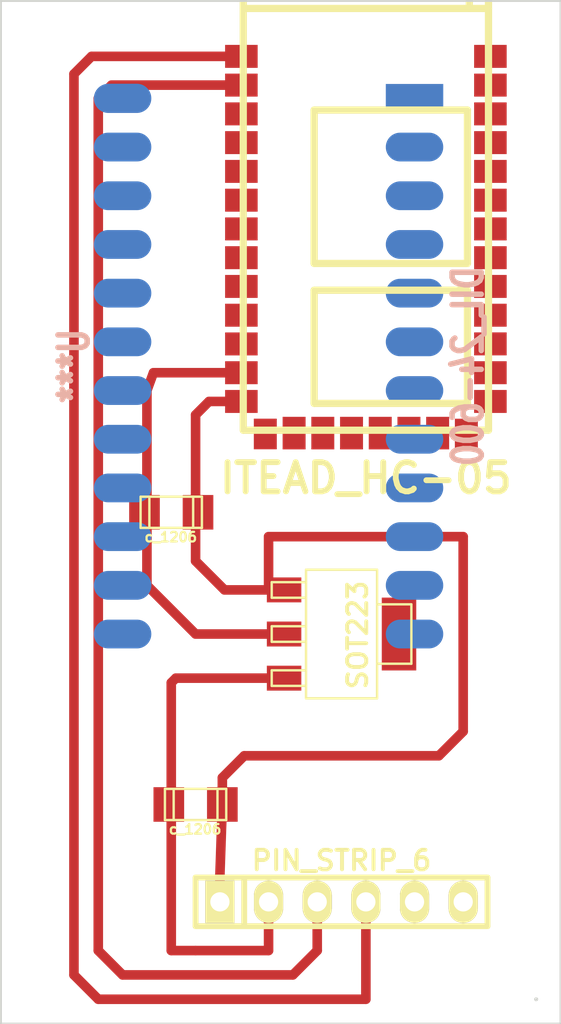
<source format=kicad_pcb>
(kicad_pcb (version 3) (host pcbnew "(2013-07-07 BZR 4022)-stable")

  (general
    (links 0)
    (no_connects 0)
    (area 32.969999 13.49568 62.280001 73.710001)
    (thickness 1.6)
    (drawings 8)
    (tracks 41)
    (zones 0)
    (modules 6)
    (nets 1)
  )

  (page A3)
  (layers
    (15 F.Cu signal hide)
    (0 B.Cu signal)
    (16 B.Adhes user)
    (17 F.Adhes user)
    (18 B.Paste user)
    (19 F.Paste user)
    (20 B.SilkS user)
    (21 F.SilkS user)
    (22 B.Mask user)
    (23 F.Mask user)
    (24 Dwgs.User user)
    (25 Cmts.User user)
    (26 Eco1.User user)
    (27 Eco2.User user)
    (28 Edge.Cuts user)
  )

  (setup
    (last_trace_width 0.5)
    (trace_clearance 0.2)
    (zone_clearance 0.508)
    (zone_45_only no)
    (trace_min 0.254)
    (segment_width 0.2)
    (edge_width 0.1)
    (via_size 0.889)
    (via_drill 0.635)
    (via_min_size 0.889)
    (via_min_drill 0.508)
    (uvia_size 0.508)
    (uvia_drill 0.127)
    (uvias_allowed no)
    (uvia_min_size 0.508)
    (uvia_min_drill 0.127)
    (pcb_text_width 0.3)
    (pcb_text_size 1.5 1.5)
    (mod_edge_width 0.15)
    (mod_text_size 1 1)
    (mod_text_width 0.15)
    (pad_size 1.50114 3)
    (pad_drill 0)
    (pad_to_mask_clearance 0)
    (aux_axis_origin 33.02 73.66)
    (visible_elements FFFFDFFF)
    (pcbplotparams
      (layerselection 268435457)
      (usegerberextensions false)
      (excludeedgelayer false)
      (linewidth 0.150000)
      (plotframeref false)
      (viasonmask false)
      (mode 1)
      (useauxorigin true)
      (hpglpennumber 1)
      (hpglpenspeed 20)
      (hpglpendiameter 15)
      (hpglpenoverlay 2)
      (psnegative false)
      (psa4output false)
      (plotreference false)
      (plotvalue false)
      (plotothertext false)
      (plotinvisibletext false)
      (padsonsilk false)
      (subtractmaskfromsilk false)
      (outputformat 1)
      (mirror false)
      (drillshape 0)
      (scaleselection 1)
      (outputdirectory C:/Users/pc/Documents/blinds/))
  )

  (net 0 "")

  (net_class Default "This is the default net class."
    (clearance 0.2)
    (trace_width 0.5)
    (via_dia 0.889)
    (via_drill 0.635)
    (uvia_dia 0.508)
    (uvia_drill 0.127)
    (add_net "")
  )

  (module ITEAD_HC-05 (layer F.Cu) (tedit 514629DE) (tstamp 53A1044A)
    (at 52.07 29.21)
    (descr "Itead HC-05/HC-06 serial Bluetooth module")
    (fp_text reference U*** (at 0 -14.59992) (layer F.SilkS)
      (effects (font (size 1.524 1.524) (thickness 0.3048)))
    )
    (fp_text value ITEAD_HC-05 (at 0 15.99946) (layer F.SilkS)
      (effects (font (size 1.524 1.524) (thickness 0.3048)))
    )
    (fp_line (start -3.70078 -12.79652) (end -3.70078 -9.99744) (layer F.SilkS) (width 0.37846))
    (fp_line (start -5.00126 -12.79652) (end -5.00126 -9.99744) (layer F.SilkS) (width 0.37846))
    (fp_line (start -3.69824 -9.99998) (end -4.99872 -9.99998) (layer F.SilkS) (width 0.37846))
    (fp_line (start -1.10236 -12.79906) (end -1.10236 -9.99998) (layer F.SilkS) (width 0.37846))
    (fp_line (start -2.40284 -12.79906) (end -2.40284 -9.99998) (layer F.SilkS) (width 0.37846))
    (fp_line (start -1.09982 -10.00252) (end -2.4003 -10.00252) (layer F.SilkS) (width 0.37846))
    (fp_line (start -2.40284 -12.8016) (end -3.70332 -12.8016) (layer F.SilkS) (width 0.37846))
    (fp_line (start 1.4986 -12.79906) (end 1.4986 -9.99998) (layer F.SilkS) (width 0.37846))
    (fp_line (start 0.19812 -12.79906) (end 0.19812 -9.99998) (layer F.SilkS) (width 0.37846))
    (fp_line (start 1.50114 -10.00252) (end 0.20066 -10.00252) (layer F.SilkS) (width 0.37846))
    (fp_line (start 0.19812 -12.8016) (end -1.10236 -12.8016) (layer F.SilkS) (width 0.37846))
    (fp_line (start 5.40004 -12.79906) (end 5.40004 -8.49884) (layer F.SilkS) (width 0.37846))
    (fp_line (start 4.09956 -12.79906) (end 4.09956 -9.99998) (layer F.SilkS) (width 0.37846))
    (fp_line (start 2.79908 -12.79906) (end 2.79908 -9.99998) (layer F.SilkS) (width 0.37846))
    (fp_line (start -2.70002 12.10056) (end -2.70002 6.20014) (layer F.SilkS) (width 0.37846))
    (fp_line (start 5.30098 6.20014) (end 5.30098 12.10056) (layer F.SilkS) (width 0.37846))
    (fp_line (start -2.70002 6.1976) (end 5.30098 6.1976) (layer F.SilkS) (width 0.37846))
    (fp_line (start 5.30098 12.10056) (end -2.70002 12.10056) (layer F.SilkS) (width 0.37846))
    (fp_line (start 5.30098 -3.2004) (end 5.30098 4.8006) (layer F.SilkS) (width 0.37846))
    (fp_line (start 5.30098 4.8006) (end -2.70002 4.8006) (layer F.SilkS) (width 0.37846))
    (fp_line (start -2.70002 4.8006) (end -2.70002 -3.2004) (layer F.SilkS) (width 0.37846))
    (fp_line (start -2.70002 -3.2004) (end 5.30098 -3.2004) (layer F.SilkS) (width 0.37846))
    (fp_line (start -5.00126 -12.79906) (end -5.40004 -12.79906) (layer F.SilkS) (width 0.37846))
    (fp_line (start 4.1021 -10.00252) (end 2.80162 -10.00252) (layer F.SilkS) (width 0.37846))
    (fp_line (start 2.79908 -12.8016) (end 1.4986 -12.8016) (layer F.SilkS) (width 0.37846))
    (fp_line (start 5.40004 -12.8016) (end 4.09956 -12.8016) (layer F.SilkS) (width 0.37846))
    (fp_line (start 6.4008 -8.49884) (end -6.4008 -8.49884) (layer F.SilkS) (width 0.37846))
    (fp_line (start -6.4008 13.5001) (end -6.4008 -13.5001) (layer F.SilkS) (width 0.37846))
    (fp_line (start -6.4008 -13.5001) (end 6.4008 -13.5001) (layer F.SilkS) (width 0.37846))
    (fp_line (start 6.4008 -13.5001) (end 6.4008 13.5001) (layer F.SilkS) (width 0.37846))
    (fp_line (start 6.4008 13.5001) (end -6.4008 13.5001) (layer F.SilkS) (width 0.37846))
    (pad 11 smd rect (at -6.49986 8.99922) (size 1.69926 1.19888)
      (layers F.Cu F.Paste F.Mask)
    )
    (pad 12 smd rect (at -6.49986 10.50036) (size 1.69926 1.19888)
      (layers F.Cu F.Paste F.Mask)
    )
    (pad 13 smd rect (at -6.49986 11.99896) (size 1.69926 1.19888)
      (layers F.Cu F.Paste F.Mask)
    )
    (pad 10 smd rect (at -6.49986 7.50062) (size 1.69926 1.19888)
      (layers F.Cu F.Paste F.Mask)
    )
    (pad 9 smd rect (at -6.49986 5.99948) (size 1.69926 1.19888)
      (layers F.Cu F.Paste F.Mask)
    )
    (pad 8 smd rect (at -6.49986 4.50088) (size 1.69926 1.19888)
      (layers F.Cu F.Paste F.Mask)
    )
    (pad 7 smd rect (at -6.49986 2.99974) (size 1.69926 1.19888)
      (layers F.Cu F.Paste F.Mask)
    )
    (pad 6 smd rect (at -6.49986 1.50114) (size 1.69926 1.19888)
      (layers F.Cu F.Paste F.Mask)
    )
    (pad 5 smd rect (at -6.49986 0) (size 1.69926 1.19888)
      (layers F.Cu F.Paste F.Mask)
    )
    (pad 4 smd rect (at -6.49986 -1.50114) (size 1.69926 1.19888)
      (layers F.Cu F.Paste F.Mask)
    )
    (pad 3 smd rect (at -6.49986 -2.99974) (size 1.69926 1.19888)
      (layers F.Cu F.Paste F.Mask)
    )
    (pad 2 smd rect (at -6.49986 -4.50088) (size 1.69926 1.19888)
      (layers F.Cu F.Paste F.Mask)
    )
    (pad 1 smd rect (at -6.49986 -5.99948) (size 1.69926 1.19888)
      (layers F.Cu F.Paste F.Mask)
    )
    (pad 14 smd rect (at -5.25018 13.69568) (size 1.19888 1.59766)
      (layers F.Cu F.Paste F.Mask)
    )
    (pad 15 smd rect (at -3.7465 13.64996) (size 1.19888 1.69926)
      (layers F.Cu F.Paste F.Mask)
    )
    (pad 16 smd rect (at -2.2479 13.64996) (size 1.19888 1.69926)
      (layers F.Cu F.Paste F.Mask)
    )
    (pad 17 smd rect (at -0.7493 13.64996) (size 1.19888 1.69926)
      (layers F.Cu F.Paste F.Mask)
    )
    (pad 18 smd rect (at 0.7493 13.64996) (size 1.19888 1.69926)
      (layers F.Cu F.Paste F.Mask)
    )
    (pad 19 smd rect (at 2.2479 13.64996) (size 1.19888 1.69926)
      (layers F.Cu F.Paste F.Mask)
    )
    (pad 20 smd rect (at 3.7465 13.64996) (size 1.19888 1.69926)
      (layers F.Cu F.Paste F.Mask)
    )
    (pad 21 smd rect (at 5.2451 13.69822) (size 1.19888 1.59766)
      (layers F.Cu F.Paste F.Mask)
    )
    (pad 22 smd rect (at 6.49986 11.99896) (size 1.69926 1.19888)
      (layers F.Cu F.Paste F.Mask)
    )
    (pad 23 smd rect (at 6.49986 10.50036) (size 1.69926 1.19888)
      (layers F.Cu F.Paste F.Mask)
    )
    (pad 24 smd rect (at 6.49986 8.99668) (size 1.69926 1.19888)
      (layers F.Cu F.Paste F.Mask)
    )
    (pad 25 smd rect (at 6.49986 7.50062) (size 1.69926 1.19888)
      (layers F.Cu F.Paste F.Mask)
    )
    (pad 26 smd rect (at 6.49986 5.99948) (size 1.69926 1.19888)
      (layers F.Cu F.Paste F.Mask)
    )
    (pad 27 smd rect (at 6.49986 4.50088) (size 1.69926 1.19888)
      (layers F.Cu F.Paste F.Mask)
    )
    (pad 28 smd rect (at 6.49986 2.99974) (size 1.69926 1.19888)
      (layers F.Cu F.Paste F.Mask)
    )
    (pad 29 smd rect (at 6.49986 1.50114) (size 1.69926 1.19888)
      (layers F.Cu F.Paste F.Mask)
    )
    (pad 30 smd rect (at 6.49986 0) (size 1.69926 1.19888)
      (layers F.Cu F.Paste F.Mask)
    )
    (pad 31 smd rect (at 6.49986 -1.50114) (size 1.69926 1.19888)
      (layers F.Cu F.Paste F.Mask)
    )
    (pad 32 smd rect (at 6.49986 -2.99974) (size 1.69926 1.19888)
      (layers F.Cu F.Paste F.Mask)
    )
    (pad 33 smd rect (at 6.49986 -4.50088) (size 1.69926 1.19888)
      (layers F.Cu F.Paste F.Mask)
    )
    (pad 34 smd rect (at 6.49986 -5.99948) (size 1.69926 1.19888)
      (layers F.Cu F.Paste F.Mask)
    )
    (model walter/rf_modules/itead_hc-05.wrl
      (at (xyz 0 0 0))
      (scale (xyz 1 1 1))
      (rotate (xyz 0 0 0))
    )
  )

  (module c_1206 (layer F.Cu) (tedit 490473F0) (tstamp 53A10F35)
    (at 43.18 62.23 180)
    (descr "SMT capacitor, 1206")
    (fp_text reference c_1206 (at 0.0254 -1.2954 180) (layer F.SilkS)
      (effects (font (size 0.50038 0.50038) (thickness 0.11938)))
    )
    (fp_text value C*** (at 0 1.27 180) (layer F.SilkS) hide
      (effects (font (size 0.50038 0.50038) (thickness 0.11938)))
    )
    (fp_line (start 1.143 0.8128) (end 1.143 -0.8128) (layer F.SilkS) (width 0.127))
    (fp_line (start -1.143 -0.8128) (end -1.143 0.8128) (layer F.SilkS) (width 0.127))
    (fp_line (start -1.6002 -0.8128) (end -1.6002 0.8128) (layer F.SilkS) (width 0.127))
    (fp_line (start -1.6002 0.8128) (end 1.6002 0.8128) (layer F.SilkS) (width 0.127))
    (fp_line (start 1.6002 0.8128) (end 1.6002 -0.8128) (layer F.SilkS) (width 0.127))
    (fp_line (start 1.6002 -0.8128) (end -1.6002 -0.8128) (layer F.SilkS) (width 0.127))
    (pad 1 smd rect (at 1.397 0 180) (size 1.6002 1.8034)
      (layers F.Cu F.Paste F.Mask)
    )
    (pad 2 smd rect (at -1.397 0 180) (size 1.6002 1.8034)
      (layers F.Cu F.Paste F.Mask)
    )
    (model walter/smd_cap/c_1206.wrl
      (at (xyz 0 0 0))
      (scale (xyz 1 1 1))
      (rotate (xyz 0 0 0))
    )
  )

  (module c_1206 (layer F.Cu) (tedit 490473F0) (tstamp 53A10F4C)
    (at 41.91 46.99 180)
    (descr "SMT capacitor, 1206")
    (fp_text reference c_1206 (at 0.0254 -1.2954 180) (layer F.SilkS)
      (effects (font (size 0.50038 0.50038) (thickness 0.11938)))
    )
    (fp_text value C*** (at 0 1.27 180) (layer F.SilkS) hide
      (effects (font (size 0.50038 0.50038) (thickness 0.11938)))
    )
    (fp_line (start 1.143 0.8128) (end 1.143 -0.8128) (layer F.SilkS) (width 0.127))
    (fp_line (start -1.143 -0.8128) (end -1.143 0.8128) (layer F.SilkS) (width 0.127))
    (fp_line (start -1.6002 -0.8128) (end -1.6002 0.8128) (layer F.SilkS) (width 0.127))
    (fp_line (start -1.6002 0.8128) (end 1.6002 0.8128) (layer F.SilkS) (width 0.127))
    (fp_line (start 1.6002 0.8128) (end 1.6002 -0.8128) (layer F.SilkS) (width 0.127))
    (fp_line (start 1.6002 -0.8128) (end -1.6002 -0.8128) (layer F.SilkS) (width 0.127))
    (pad 1 smd rect (at 1.397 0 180) (size 1.6002 1.8034)
      (layers F.Cu F.Paste F.Mask)
    )
    (pad 2 smd rect (at -1.397 0 180) (size 1.6002 1.8034)
      (layers F.Cu F.Paste F.Mask)
    )
    (model walter/smd_cap/c_1206.wrl
      (at (xyz 0 0 0))
      (scale (xyz 1 1 1))
      (rotate (xyz 0 0 0))
    )
  )

  (module sot223 (layer F.Cu) (tedit 49047669) (tstamp 53A11424)
    (at 50.8 53.34 270)
    (descr SOT223)
    (fp_text reference SOT223 (at 0.0508 -0.8382 270) (layer F.SilkS)
      (effects (font (size 1.00076 1.00076) (thickness 0.20066)))
    )
    (fp_text value Q*** (at 0 1.0414 270) (layer F.SilkS) hide
      (effects (font (size 1.00076 1.00076) (thickness 0.20066)))
    )
    (fp_line (start -1.5494 -3.6449) (end 1.5494 -3.6449) (layer F.SilkS) (width 0.127))
    (fp_line (start 1.5494 -3.6449) (end 1.5494 -1.8542) (layer F.SilkS) (width 0.127))
    (fp_line (start -1.5494 -3.6449) (end -1.5494 -1.8542) (layer F.SilkS) (width 0.127))
    (fp_line (start 1.8923 3.6449) (end 2.7051 3.6449) (layer F.SilkS) (width 0.127))
    (fp_line (start 2.7051 3.6449) (end 2.7051 1.8542) (layer F.SilkS) (width 0.127))
    (fp_line (start 1.8923 3.6449) (end 1.8923 1.8542) (layer F.SilkS) (width 0.127))
    (fp_line (start -0.4064 3.6449) (end -0.4064 1.8542) (layer F.SilkS) (width 0.127))
    (fp_line (start 0.4064 3.6449) (end 0.4064 1.8542) (layer F.SilkS) (width 0.127))
    (fp_line (start -0.4064 3.6449) (end 0.4064 3.6449) (layer F.SilkS) (width 0.127))
    (fp_line (start -2.7051 3.6449) (end -1.8923 3.6449) (layer F.SilkS) (width 0.127))
    (fp_line (start -1.8923 3.6449) (end -1.8923 1.8542) (layer F.SilkS) (width 0.127))
    (fp_line (start -2.7051 3.6449) (end -2.7051 1.8542) (layer F.SilkS) (width 0.127))
    (fp_line (start 3.3528 1.8542) (end -3.3528 1.8542) (layer F.SilkS) (width 0.127))
    (fp_line (start -3.3528 1.8542) (end -3.3528 -1.8542) (layer F.SilkS) (width 0.127))
    (fp_line (start -3.3528 -1.8542) (end 3.3528 -1.8542) (layer F.SilkS) (width 0.127))
    (fp_line (start 3.3528 -1.8542) (end 3.3528 1.8542) (layer F.SilkS) (width 0.127))
    (pad 1 smd rect (at -2.30124 2.99974 270) (size 1.30048 1.80086)
      (layers F.Cu F.Paste F.Mask)
    )
    (pad 2 smd rect (at 0 2.99974 270) (size 1.30048 1.80086)
      (layers F.Cu F.Paste F.Mask)
    )
    (pad 3 smd rect (at 2.30124 2.99974 270) (size 1.30048 1.80086)
      (layers F.Cu F.Paste F.Mask)
    )
    (pad 4 smd rect (at 0 -2.99974 270) (size 3.79984 1.80086)
      (layers F.Cu F.Paste F.Mask)
    )
    (model walter/smd_trans/sot223.wrl
      (at (xyz 0 0 0))
      (scale (xyz 1 1 1))
      (rotate (xyz 0 0 0))
    )
  )

  (module pin_strip_6 (layer F.Cu) (tedit 53A0F6B2) (tstamp 53A1BB22)
    (at 50.8 67.31)
    (descr "Pin strip 6pin")
    (tags "CONN DEV")
    (path pin_strip_6)
    (fp_text reference PIN_STRIP_6 (at 0 -2.159) (layer F.SilkS)
      (effects (font (size 1.016 1.016) (thickness 0.2032)))
    )
    (fp_text value Val** (at 0.254 -3.556) (layer F.SilkS) hide
      (effects (font (size 1.016 0.889) (thickness 0.2032)))
    )
    (fp_line (start -5.08 -1.27) (end -5.08 1.27) (layer F.SilkS) (width 0.3048))
    (fp_line (start -7.62 1.27) (end -7.62 -1.27) (layer F.SilkS) (width 0.3048))
    (fp_line (start -7.62 -1.27) (end 7.62 -1.27) (layer F.SilkS) (width 0.3048))
    (fp_line (start 7.62 -1.27) (end 7.62 1.27) (layer F.SilkS) (width 0.3048))
    (fp_line (start 7.62 1.27) (end -7.62 1.27) (layer F.SilkS) (width 0.3048))
    (pad 1 thru_hole rect (at -6.35 0) (size 1.524 2.19964) (drill 1.00076)
      (layers *.Cu *.Mask F.SilkS)
    )
    (pad 2 thru_hole oval (at -3.81 0) (size 1.524 2.19964) (drill 1.00076)
      (layers *.Cu *.Mask F.SilkS)
    )
    (pad 3 thru_hole oval (at -1.27 0) (size 1.524 2.19964) (drill 1.00076)
      (layers *.Cu *.Mask F.SilkS)
    )
    (pad 4 thru_hole oval (at 1.27 0) (size 1.524 2.19964) (drill 1.00076)
      (layers *.Cu *.Mask F.SilkS)
    )
    (pad 5 thru_hole oval (at 3.81 0) (size 1.524 2.19964) (drill 1.00076)
      (layers *.Cu *.Mask F.SilkS)
    )
    (pad 6 thru_hole oval (at 6.35 0) (size 1.524 2.19964) (drill 1.00076)
      (layers *.Cu *.Mask F.SilkS)
    )
    (model walter/pin_strip/pin_strip_6.wrl
      (at (xyz 0 0 0))
      (scale (xyz 1 1 1))
      (rotate (xyz 0 0 0))
    )
  )

  (module SMD_dil_24-600 (layer B.Cu) (tedit 53A1181C) (tstamp 53A814B4)
    (at 46.99 39.37 270)
    (descr "IC, SMD24 x 0,6\"")
    (tags DIL)
    (fp_text reference U*** (at 0 10.16 270) (layer B.SilkS)
      (effects (font (size 1.524 1.143) (thickness 0.28702)) (justify mirror))
    )
    (fp_text value DIL_24-600 (at 0 -10.414 270) (layer B.SilkS)
      (effects (font (size 1.524 1.143) (thickness 0.28702)) (justify mirror))
    )
    (pad 1 smd rect (at -13.97 -7.62 270) (size 1.50114 3)
      (layers B.Cu B.Paste B.Mask)
    )
    (pad 2 smd oval (at -11.43 -7.62 270) (size 1.50114 3)
      (layers B.Cu B.Paste B.Mask)
    )
    (pad 3 smd oval (at -8.89 -7.62 270) (size 1.50114 3)
      (layers B.Cu B.Paste B.Mask)
    )
    (pad 4 smd oval (at -6.35 -7.62 270) (size 1.50114 3)
      (layers B.Cu B.Paste B.Mask)
    )
    (pad 5 smd oval (at -3.81 -7.62 270) (size 1.50114 3)
      (layers B.Cu B.Paste B.Mask)
    )
    (pad 6 smd oval (at -1.27 -7.62 270) (size 1.50114 3)
      (layers B.Cu B.Paste B.Mask)
    )
    (pad 7 smd oval (at 1.27 -7.62 270) (size 1.50114 3)
      (layers B.Cu B.Paste B.Mask)
    )
    (pad 8 smd oval (at 3.81 -7.62 270) (size 1.50114 3)
      (layers B.Cu B.Paste B.Mask)
    )
    (pad 9 smd oval (at 6.35 -7.62 270) (size 1.50114 3)
      (layers B.Cu B.Paste B.Mask)
    )
    (pad 10 smd oval (at 8.89 -7.62 270) (size 1.50114 3)
      (layers B.Cu B.Paste B.Mask)
    )
    (pad 11 smd oval (at 11.43 -7.62 270) (size 1.50114 3)
      (layers B.Cu B.Paste B.Mask)
    )
    (pad 12 smd oval (at 13.97 -7.62 270) (size 1.50114 3)
      (layers B.Cu B.Paste B.Mask)
    )
    (pad 13 smd oval (at 13.97 7.62 270) (size 1.50114 3)
      (layers B.Cu B.Paste B.Mask)
    )
    (pad 14 smd oval (at 11.43 7.62 270) (size 1.50114 3)
      (layers B.Cu B.Paste B.Mask)
    )
    (pad 15 smd oval (at 8.89 7.62 270) (size 1.50114 3)
      (layers B.Cu B.Paste B.Mask)
    )
    (pad 16 smd oval (at 6.35 7.62 270) (size 1.50114 3)
      (layers B.Cu B.Paste B.Mask)
    )
    (pad 17 smd oval (at 3.81 7.62 270) (size 1.50114 3)
      (layers B.Cu B.Paste B.Mask)
    )
    (pad 18 smd oval (at 1.27 7.62 270) (size 1.50114 3)
      (layers B.Cu B.Paste B.Mask)
    )
    (pad 19 smd oval (at -1.27 7.62 270) (size 1.50114 3)
      (layers B.Cu B.Paste B.Mask)
    )
    (pad 20 smd oval (at -3.81 7.62 270) (size 1.50114 3)
      (layers B.Cu B.Paste B.Mask)
    )
    (pad 21 smd oval (at -6.35 7.62 270) (size 1.50114 3)
      (layers B.Cu B.Paste B.Mask)
    )
    (pad 22 smd oval (at -8.89 7.62 270) (size 1.50114 3)
      (layers B.Cu B.Paste B.Mask)
    )
    (pad 23 smd oval (at -11.43 7.62 270) (size 1.50114 3)
      (layers B.Cu B.Paste B.Mask)
    )
    (pad 24 smd oval (at -13.97 7.62 270) (size 1.524 3)
      (layers B.Cu B.Paste B.Mask)
    )
    (model walter/pth_circuits/dil_24-600.wrl
      (at (xyz 0 0 0))
      (scale (xyz 1 1 1))
      (rotate (xyz 0 0 0))
    )
  )

  (target plus (at 60.96 72.39) (size 0.005) (width 0.1) (layer Edge.Cuts))
  (target plus (at 60.96 72.39) (size 0.005) (width 0.1) (layer Edge.Cuts))
  (target plus (at 60.96 72.39) (size 0.005) (width 0.1) (layer Edge.Cuts))
  (gr_line (start 38.1 20.32) (end 39.37 20.32) (angle 90) (layer Edge.Cuts) (width 0.1))
  (gr_line (start 33.02 73.66) (end 33.02 20.32) (angle 90) (layer Edge.Cuts) (width 0.1))
  (gr_line (start 62.23 73.66) (end 33.02 73.66) (angle 90) (layer Edge.Cuts) (width 0.1))
  (gr_line (start 62.23 20.32) (end 62.23 73.66) (angle 90) (layer Edge.Cuts) (width 0.1))
  (gr_line (start 33.02 20.32) (end 62.23 20.32) (angle 90) (layer Edge.Cuts) (width 0.1))

  (segment (start 38.1 25.4) (end 38.1 69.85) (width 0.5) (layer F.Cu) (net 0))
  (segment (start 45.57014 24.70912) (end 38.79088 24.70912) (width 0.5) (layer F.Cu) (net 0) (tstamp 53A1BC0A))
  (segment (start 38.1 25.4) (end 38.79088 24.70912) (width 0.5) (layer F.Cu) (net 0) (tstamp 53A1BC09))
  (segment (start 49.53 69.85) (end 49.53 67.31) (width 0.5) (layer F.Cu) (net 0) (tstamp 53A22F03))
  (segment (start 48.26 71.12) (end 49.53 69.85) (width 0.5) (layer F.Cu) (net 0) (tstamp 53A22F02))
  (segment (start 39.37 71.12) (end 48.26 71.12) (width 0.5) (layer F.Cu) (net 0) (tstamp 53A22F01))
  (segment (start 38.1 69.85) (end 39.37 71.12) (width 0.5) (layer F.Cu) (net 0) (tstamp 53A22F00))
  (segment (start 45.57014 23.21052) (end 37.74948 23.21052) (width 0.5) (layer F.Cu) (net 0))
  (segment (start 37.74948 23.21052) (end 36.83 24.13) (width 0.5) (layer F.Cu) (net 0) (tstamp 53A1BC14))
  (segment (start 36.83 24.13) (end 36.83 71.12) (width 0.5) (layer F.Cu) (net 0) (tstamp 53A1BC15))
  (segment (start 36.83 71.12) (end 38.1 72.39) (width 0.5) (layer F.Cu) (net 0) (tstamp 53A1BC16))
  (segment (start 38.1 72.39) (end 52.07 72.39) (width 0.5) (layer F.Cu) (net 0) (tstamp 53A1BC18))
  (segment (start 52.07 72.39) (end 52.07 67.31) (width 0.5) (layer F.Cu) (net 0) (tstamp 53A1BC1A))
  (segment (start 46.99 69.85) (end 46.99 67.31) (width 0.5) (layer F.Cu) (net 0))
  (segment (start 44.577 62.23) (end 44.577 60.833) (width 0.5) (layer F.Cu) (net 0))
  (segment (start 44.577 60.833) (end 45.72 59.69) (width 0.5) (layer F.Cu) (net 0) (tstamp 53A1BBA9))
  (segment (start 45.72 59.69) (end 55.88 59.69) (width 0.5) (layer F.Cu) (net 0) (tstamp 53A1BBAB))
  (segment (start 55.88 59.69) (end 57.15 58.42) (width 0.5) (layer F.Cu) (net 0) (tstamp 53A1BBAC))
  (segment (start 57.15 58.42) (end 57.15 48.26) (width 0.5) (layer F.Cu) (net 0) (tstamp 53A1BBAE))
  (segment (start 57.15 48.26) (end 46.99 48.26) (width 0.5) (layer F.Cu) (net 0) (tstamp 53A1BBB0))
  (segment (start 46.99 48.26) (end 46.99 50.8) (width 0.5) (layer F.Cu) (net 0) (tstamp 53A1BBB1))
  (segment (start 46.99 50.8) (end 47.22876 51.03876) (width 0.5) (layer F.Cu) (net 0) (tstamp 53A1BBB2))
  (segment (start 47.22876 51.03876) (end 47.80026 51.03876) (width 0.5) (layer F.Cu) (net 0) (tstamp 53A1BBB3))
  (segment (start 44.45 67.31) (end 44.45 65.913) (width 0.5) (layer F.Cu) (net 0))
  (segment (start 44.45 65.913) (end 44.577 62.23) (width 0.5) (layer F.Cu) (net 0) (tstamp 53A1BBA5))
  (segment (start 47.80026 55.64124) (end 42.14876 55.64124) (width 0.5) (layer F.Cu) (net 0))
  (segment (start 42.14876 55.64124) (end 41.91 55.88) (width 0.5) (layer F.Cu) (net 0) (tstamp 53A1BB8A))
  (segment (start 41.91 55.88) (end 41.91 69.85) (width 0.5) (layer F.Cu) (net 0) (tstamp 53A1BB8B))
  (segment (start 41.91 69.85) (end 43.18 69.85) (width 0.5) (layer F.Cu) (net 0) (tstamp 53A1BB8C))
  (segment (start 43.18 69.85) (end 46.99 69.85) (width 0.5) (layer F.Cu) (net 0) (tstamp 53A1BB8E))
  (segment (start 46.99 69.85) (end 46.99 69.85) (width 0.254) (layer F.Cu) (net 0) (tstamp 53A1BB90))
  (segment (start 47.80026 53.34) (end 43.18 53.34) (width 0.5) (layer F.Cu) (net 0))
  (segment (start 43.18 53.34) (end 40.64 50.8) (width 0.5) (layer F.Cu) (net 0) (tstamp 53A1BB56))
  (segment (start 40.64 50.8) (end 40.64 40.64) (width 0.5) (layer F.Cu) (net 0) (tstamp 53A1BB57))
  (segment (start 40.64 40.64) (end 40.98036 39.71036) (width 0.5) (layer F.Cu) (net 0) (tstamp 53A1BB59))
  (segment (start 40.98036 39.71036) (end 45.57014 39.71036) (width 0.5) (layer F.Cu) (net 0) (tstamp 53A1BB5A))
  (segment (start 45.57014 41.20896) (end 43.88104 41.20896) (width 0.5) (layer F.Cu) (net 0))
  (segment (start 44.68876 51.03876) (end 47.80026 51.03876) (width 0.5) (layer F.Cu) (net 0) (tstamp 53A1BB52))
  (segment (start 43.18 49.53) (end 44.68876 51.03876) (width 0.5) (layer F.Cu) (net 0) (tstamp 53A1BB50))
  (segment (start 43.18 41.91) (end 43.18 49.53) (width 0.5) (layer F.Cu) (net 0) (tstamp 53A1BB4F))
  (segment (start 43.88104 41.20896) (end 43.18 41.91) (width 0.5) (layer F.Cu) (net 0) (tstamp 53A1BB4D))

)

</source>
